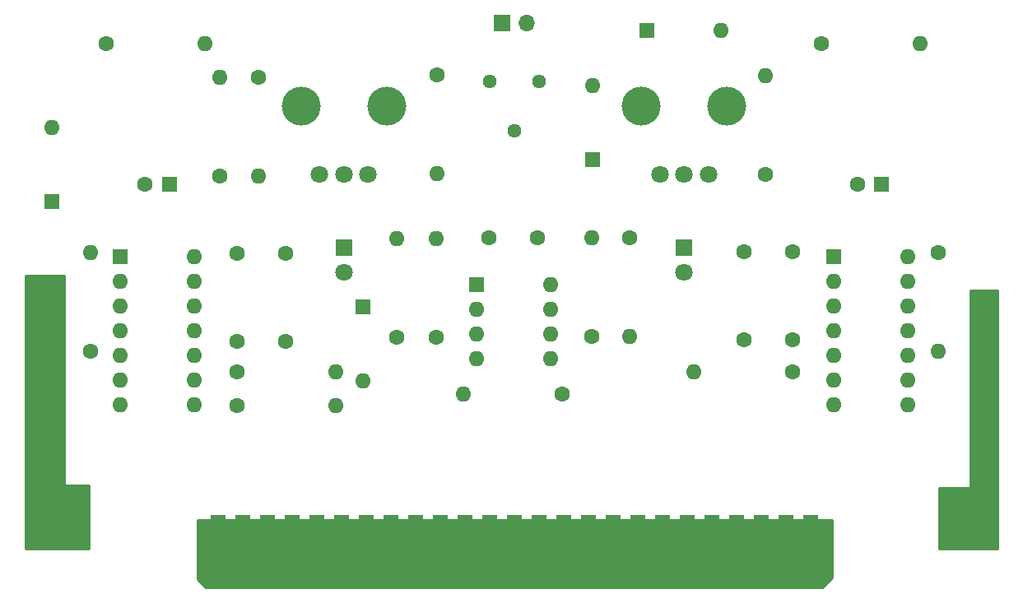
<source format=gbr>
G04 #@! TF.GenerationSoftware,KiCad,Pcbnew,(5.1.7)-1*
G04 #@! TF.CreationDate,2021-11-02T16:03:08-05:00*
G04 #@! TF.ProjectId,BadConnection,42616443-6f6e-46e6-9563-74696f6e2e6b,rev?*
G04 #@! TF.SameCoordinates,Original*
G04 #@! TF.FileFunction,Soldermask,Top*
G04 #@! TF.FilePolarity,Negative*
%FSLAX46Y46*%
G04 Gerber Fmt 4.6, Leading zero omitted, Abs format (unit mm)*
G04 Created by KiCad (PCBNEW (5.1.7)-1) date 2021-11-02 16:03:08*
%MOMM*%
%LPD*%
G01*
G04 APERTURE LIST*
%ADD10C,1.600000*%
%ADD11O,1.600000X1.600000*%
%ADD12R,1.800000X1.800000*%
%ADD13C,1.800000*%
%ADD14C,5.000000*%
%ADD15R,1.500000X7.000000*%
%ADD16R,1.600000X1.600000*%
%ADD17R,1.700000X1.700000*%
%ADD18O,1.700000X1.700000*%
%ADD19C,1.440000*%
%ADD20C,4.000000*%
%ADD21C,0.254000*%
%ADD22C,0.100000*%
G04 APERTURE END LIST*
D10*
G04 #@! TO.C,R15*
X120650000Y-104267000D03*
D11*
X120650000Y-94107000D03*
G04 #@! TD*
D12*
G04 #@! TO.C,D5*
X115250000Y-95000000D03*
D13*
X115250000Y-97540000D03*
G04 #@! TD*
G04 #@! TO.C,D6*
X150250000Y-97540000D03*
D12*
X150250000Y-95000000D03*
G04 #@! TD*
D14*
G04 #@! TO.C,H1*
X85350000Y-122600000D03*
G04 #@! TD*
G04 #@! TO.C,H2*
X180150000Y-122600000D03*
G04 #@! TD*
D15*
G04 #@! TO.C,J1*
X163230000Y-126000000D03*
X160690000Y-126000000D03*
X158150000Y-126000000D03*
X155610000Y-126000000D03*
X153070000Y-126000000D03*
X150530000Y-126000000D03*
X147990000Y-126000000D03*
X145450000Y-126000000D03*
X142910000Y-126000000D03*
X140370000Y-126000000D03*
X137830000Y-126000000D03*
X135290000Y-126000000D03*
X132750000Y-126000000D03*
X130210000Y-126000000D03*
X127670000Y-126000000D03*
X125130000Y-126000000D03*
X122590000Y-126000000D03*
X120050000Y-126000000D03*
X117510000Y-126000000D03*
X114970000Y-126000000D03*
X112430000Y-126000000D03*
X109890000Y-126000000D03*
X107350000Y-126000000D03*
X104810000Y-126000000D03*
X102270000Y-126000000D03*
G04 #@! TD*
D10*
G04 #@! TO.C,R16*
X158623000Y-87503000D03*
D11*
X158623000Y-77343000D03*
G04 #@! TD*
D10*
G04 #@! TO.C,C1*
X109220000Y-104667000D03*
X104220000Y-104667000D03*
G04 #@! TD*
G04 #@! TO.C,C2*
X161417000Y-95485000D03*
X156417000Y-95485000D03*
G04 #@! TD*
G04 #@! TO.C,C3*
X130191500Y-93999000D03*
X135191500Y-93999000D03*
G04 #@! TD*
D16*
G04 #@! TO.C,C4*
X97282000Y-88519000D03*
D10*
X94782000Y-88519000D03*
G04 #@! TD*
G04 #@! TO.C,C5*
X109220000Y-95612000D03*
X104220000Y-95612000D03*
G04 #@! TD*
G04 #@! TO.C,C6*
X156417000Y-104540000D03*
X161417000Y-104540000D03*
G04 #@! TD*
G04 #@! TO.C,C7*
X168061000Y-88519000D03*
D16*
X170561000Y-88519000D03*
G04 #@! TD*
D11*
G04 #@! TO.C,D1*
X117221000Y-108712000D03*
D16*
X117221000Y-101092000D03*
G04 #@! TD*
G04 #@! TO.C,D2*
X85217000Y-90297000D03*
D11*
X85217000Y-82677000D03*
G04 #@! TD*
G04 #@! TO.C,D3*
X140843000Y-78359000D03*
D16*
X140843000Y-85979000D03*
G04 #@! TD*
G04 #@! TO.C,D4*
X146431000Y-72644000D03*
D11*
X154051000Y-72644000D03*
G04 #@! TD*
D17*
G04 #@! TO.C,J2*
X131480000Y-71882000D03*
D18*
X134020000Y-71882000D03*
G04 #@! TD*
D10*
G04 #@! TO.C,R1*
X140716000Y-104140000D03*
D11*
X140716000Y-93980000D03*
G04 #@! TD*
G04 #@! TO.C,R2*
X144653000Y-104140000D03*
D10*
X144653000Y-93980000D03*
G04 #@! TD*
D11*
G04 #@! TO.C,R3*
X176403000Y-105664000D03*
D10*
X176403000Y-95504000D03*
G04 #@! TD*
D11*
G04 #@! TO.C,R4*
X114427000Y-107823000D03*
D10*
X104267000Y-107823000D03*
G04 #@! TD*
G04 #@! TO.C,R5*
X124714000Y-104267000D03*
D11*
X124714000Y-94107000D03*
G04 #@! TD*
D10*
G04 #@! TO.C,R6*
X106426000Y-77470000D03*
D11*
X106426000Y-87630000D03*
G04 #@! TD*
D10*
G04 #@! TO.C,R7*
X102489000Y-87630000D03*
D11*
X102489000Y-77470000D03*
G04 #@! TD*
D10*
G04 #@! TO.C,R8*
X90805000Y-74041000D03*
D11*
X100965000Y-74041000D03*
G04 #@! TD*
G04 #@! TO.C,R9*
X174498000Y-74041000D03*
D10*
X164338000Y-74041000D03*
G04 #@! TD*
D11*
G04 #@! TO.C,R10*
X124841000Y-87376000D03*
D10*
X124841000Y-77216000D03*
G04 #@! TD*
G04 #@! TO.C,R11*
X161417000Y-107823000D03*
D11*
X151257000Y-107823000D03*
G04 #@! TD*
D10*
G04 #@! TO.C,R12*
X104267000Y-111252000D03*
D11*
X114427000Y-111252000D03*
G04 #@! TD*
G04 #@! TO.C,R13*
X89154000Y-95504000D03*
D10*
X89154000Y-105664000D03*
G04 #@! TD*
D11*
G04 #@! TO.C,R14*
X127508000Y-110109000D03*
D10*
X137668000Y-110109000D03*
G04 #@! TD*
D19*
G04 #@! TO.C,RV1*
X135295000Y-77960000D03*
X132755000Y-83040000D03*
X130215000Y-77960000D03*
G04 #@! TD*
D20*
G04 #@! TO.C,RV2*
X154650000Y-80500000D03*
X145850000Y-80500000D03*
D13*
X152750000Y-87500000D03*
X150250000Y-87500000D03*
X147750000Y-87500000D03*
G04 #@! TD*
G04 #@! TO.C,RV3*
X112750000Y-87500000D03*
X115250000Y-87500000D03*
X117750000Y-87500000D03*
D20*
X110850000Y-80500000D03*
X119650000Y-80500000D03*
G04 #@! TD*
D16*
G04 #@! TO.C,U1*
X128905000Y-98806000D03*
D11*
X136525000Y-106426000D03*
X128905000Y-101346000D03*
X136525000Y-103886000D03*
X128905000Y-103886000D03*
X136525000Y-101346000D03*
X128905000Y-106426000D03*
X136525000Y-98806000D03*
G04 #@! TD*
D16*
G04 #@! TO.C,U2*
X92250000Y-96000000D03*
D11*
X99870000Y-111240000D03*
X92250000Y-98540000D03*
X99870000Y-108700000D03*
X92250000Y-101080000D03*
X99870000Y-106160000D03*
X92250000Y-103620000D03*
X99870000Y-103620000D03*
X92250000Y-106160000D03*
X99870000Y-101080000D03*
X92250000Y-108700000D03*
X99870000Y-98540000D03*
X92250000Y-111240000D03*
X99870000Y-96000000D03*
G04 #@! TD*
G04 #@! TO.C,U3*
X173250000Y-96000000D03*
X165630000Y-111240000D03*
X173250000Y-98540000D03*
X165630000Y-108700000D03*
X173250000Y-101080000D03*
X165630000Y-106160000D03*
X173250000Y-103620000D03*
X165630000Y-103620000D03*
X173250000Y-106160000D03*
X165630000Y-101080000D03*
X173250000Y-108700000D03*
X165630000Y-98540000D03*
X173250000Y-111240000D03*
D16*
X165630000Y-96000000D03*
G04 #@! TD*
D21*
X165480000Y-129000000D02*
X164480000Y-130000000D01*
X101020000Y-130000000D01*
X100203000Y-129183000D01*
X100203000Y-123063000D01*
X165480000Y-123063000D01*
X165480000Y-129000000D01*
D22*
G36*
X165480000Y-129000000D02*
G01*
X164480000Y-130000000D01*
X101020000Y-130000000D01*
X100203000Y-129183000D01*
X100203000Y-123063000D01*
X165480000Y-123063000D01*
X165480000Y-129000000D01*
G37*
D21*
X86487000Y-119380000D02*
X86489440Y-119404776D01*
X86496667Y-119428601D01*
X86508403Y-119450557D01*
X86524197Y-119469803D01*
X86543443Y-119485597D01*
X86565399Y-119497333D01*
X86589224Y-119504560D01*
X86614000Y-119507000D01*
X89000000Y-119507000D01*
X89000000Y-126000000D01*
X82500000Y-126000000D01*
X82500000Y-97917000D01*
X86487000Y-97917000D01*
X86487000Y-119380000D01*
D22*
G36*
X86487000Y-119380000D02*
G01*
X86489440Y-119404776D01*
X86496667Y-119428601D01*
X86508403Y-119450557D01*
X86524197Y-119469803D01*
X86543443Y-119485597D01*
X86565399Y-119497333D01*
X86589224Y-119504560D01*
X86614000Y-119507000D01*
X89000000Y-119507000D01*
X89000000Y-126000000D01*
X82500000Y-126000000D01*
X82500000Y-97917000D01*
X86487000Y-97917000D01*
X86487000Y-119380000D01*
G37*
D21*
X182499000Y-126000000D02*
X176500000Y-126000000D01*
X176500000Y-119761000D01*
X179578000Y-119761000D01*
X179602776Y-119758560D01*
X179626601Y-119751333D01*
X179648557Y-119739597D01*
X179667803Y-119723803D01*
X179683597Y-119704557D01*
X179695333Y-119682601D01*
X179702560Y-119658776D01*
X179705000Y-119634000D01*
X179705000Y-99441000D01*
X182499000Y-99441000D01*
X182499000Y-126000000D01*
D22*
G36*
X182499000Y-126000000D02*
G01*
X176500000Y-126000000D01*
X176500000Y-119761000D01*
X179578000Y-119761000D01*
X179602776Y-119758560D01*
X179626601Y-119751333D01*
X179648557Y-119739597D01*
X179667803Y-119723803D01*
X179683597Y-119704557D01*
X179695333Y-119682601D01*
X179702560Y-119658776D01*
X179705000Y-119634000D01*
X179705000Y-99441000D01*
X182499000Y-99441000D01*
X182499000Y-126000000D01*
G37*
M02*

</source>
